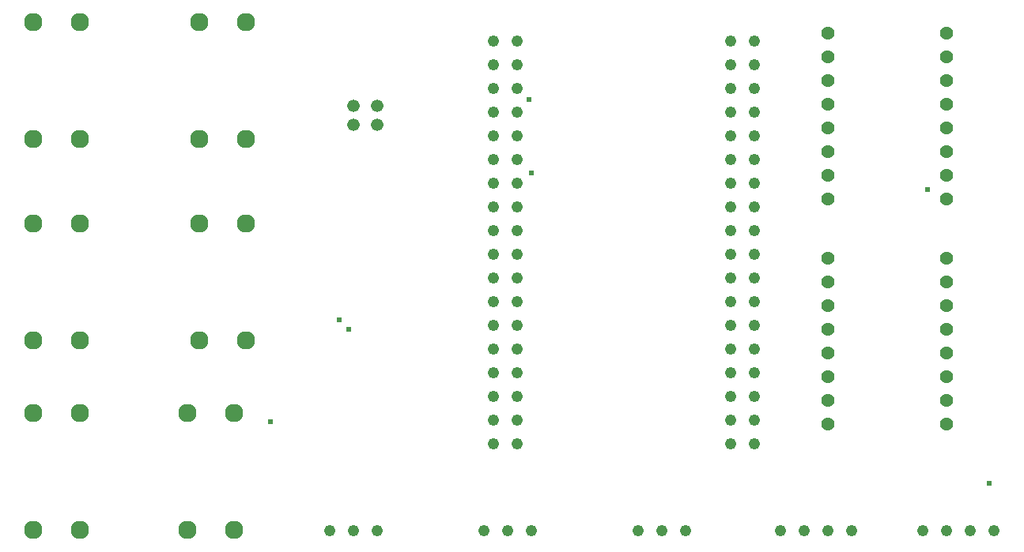
<source format=gbr>
G04 EAGLE Gerber RS-274X export*
G75*
%MOMM*%
%FSLAX34Y34*%
%LPD*%
%INCopper Layer 15*%
%IPPOS*%
%AMOC8*
5,1,8,0,0,1.08239X$1,22.5*%
G01*
%ADD10C,1.960000*%
%ADD11C,1.244600*%
%ADD12C,1.428000*%
%ADD13C,1.330000*%
%ADD14C,0.609600*%


D10*
X355200Y483600D03*
X305200Y483600D03*
X305200Y608600D03*
X355200Y608600D03*
D11*
X619500Y588600D03*
X644900Y588600D03*
X619500Y563200D03*
X644900Y563200D03*
X619500Y537800D03*
X644900Y537800D03*
X619500Y512400D03*
X644900Y512400D03*
X619500Y487000D03*
X644900Y487000D03*
X619500Y461600D03*
X644900Y461600D03*
X619500Y436200D03*
X644900Y436200D03*
X619500Y410800D03*
X644900Y410800D03*
X619500Y385400D03*
X644900Y385400D03*
X619500Y360000D03*
X644900Y360000D03*
X619500Y334600D03*
X644900Y334600D03*
X619500Y309200D03*
X644900Y309200D03*
X619500Y283800D03*
X644900Y283800D03*
X619500Y258400D03*
X644900Y258400D03*
X619500Y233000D03*
X644900Y233000D03*
X619500Y207600D03*
X644900Y207600D03*
X619500Y182200D03*
X644900Y182200D03*
X619500Y156800D03*
X644900Y156800D03*
X873500Y588600D03*
X898900Y588600D03*
X873500Y563200D03*
X898900Y563200D03*
X873500Y537800D03*
X898900Y537800D03*
X873500Y512400D03*
X898900Y512400D03*
X873500Y487000D03*
X898900Y487000D03*
X873500Y461600D03*
X898900Y461600D03*
X873500Y436200D03*
X898900Y436200D03*
X873500Y410800D03*
X898900Y410800D03*
X873500Y385400D03*
X898900Y385400D03*
X873500Y360000D03*
X898900Y360000D03*
X873500Y334600D03*
X898900Y334600D03*
X873500Y309200D03*
X898900Y309200D03*
X873500Y283800D03*
X898900Y283800D03*
X873500Y258400D03*
X898900Y258400D03*
X873500Y233000D03*
X898900Y233000D03*
X873500Y207600D03*
X898900Y207600D03*
X873500Y182200D03*
X898900Y182200D03*
X873500Y156800D03*
X898900Y156800D03*
D12*
X977900Y596900D03*
X977900Y571500D03*
X977900Y546100D03*
X977900Y520700D03*
X977900Y495300D03*
X977900Y469900D03*
X977900Y444500D03*
X977900Y419100D03*
X1104900Y419100D03*
X1104900Y444500D03*
X1104900Y469900D03*
X1104900Y495300D03*
X1104900Y520700D03*
X1104900Y546100D03*
X1104900Y571500D03*
X1104900Y596900D03*
D11*
X609600Y63500D03*
X635000Y63500D03*
X660400Y63500D03*
X444500Y63500D03*
X469900Y63500D03*
X495300Y63500D03*
X774700Y63500D03*
X800100Y63500D03*
X825500Y63500D03*
D10*
X355200Y267700D03*
X305200Y267700D03*
X305200Y392700D03*
X355200Y392700D03*
X342500Y64500D03*
X292500Y64500D03*
X292500Y189500D03*
X342500Y189500D03*
X177400Y483600D03*
X127400Y483600D03*
X127400Y608600D03*
X177400Y608600D03*
X177400Y267700D03*
X127400Y267700D03*
X127400Y392700D03*
X177400Y392700D03*
X177400Y64500D03*
X127400Y64500D03*
X127400Y189500D03*
X177400Y189500D03*
D11*
X1079500Y63500D03*
X1104900Y63500D03*
X1130300Y63500D03*
X1155700Y63500D03*
D12*
X977900Y355600D03*
X977900Y330200D03*
X977900Y304800D03*
X977900Y279400D03*
X977900Y254000D03*
X977900Y228600D03*
X977900Y203200D03*
X977900Y177800D03*
X1104900Y177800D03*
X1104900Y203200D03*
X1104900Y228600D03*
X1104900Y254000D03*
X1104900Y279400D03*
X1104900Y304800D03*
X1104900Y330200D03*
X1104900Y355600D03*
D11*
X927100Y63500D03*
X952500Y63500D03*
X977900Y63500D03*
X1003300Y63500D03*
D13*
X470100Y499000D03*
X495100Y499000D03*
X495100Y519000D03*
X470100Y519000D03*
D14*
X657860Y525780D03*
X454660Y289560D03*
X464820Y279400D03*
X1084580Y429260D03*
X1150620Y114300D03*
X660400Y447040D03*
X381000Y180340D03*
M02*

</source>
